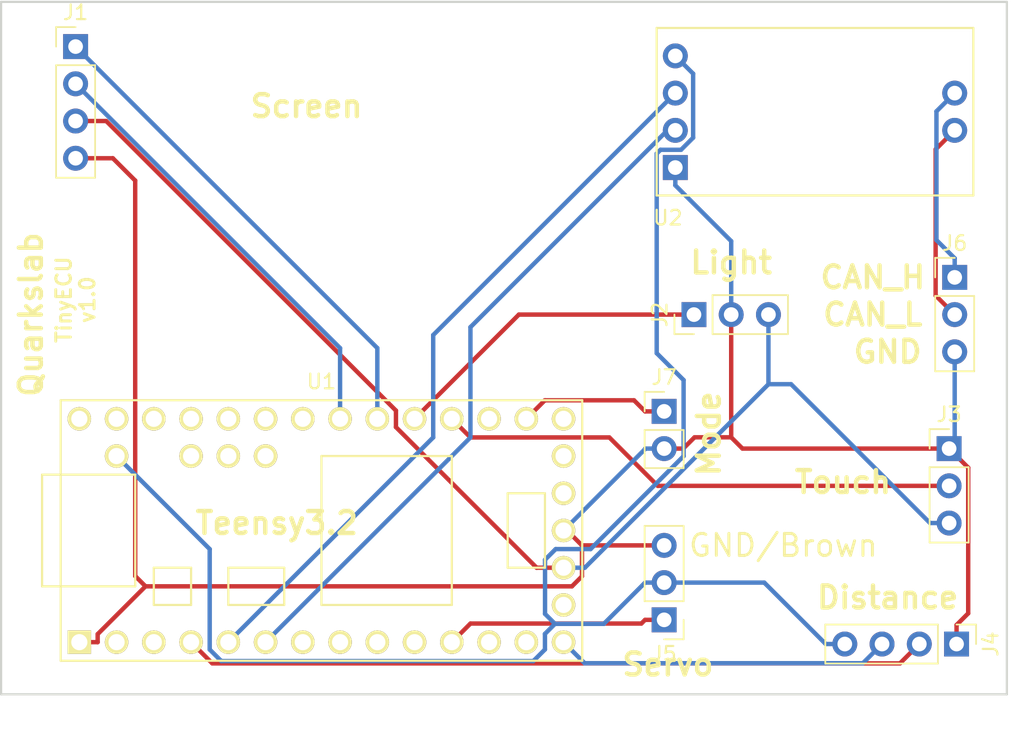
<source format=kicad_pcb>
(kicad_pcb (version 20171130) (host pcbnew 5.0.2+dfsg1-1)

  (general
    (thickness 1.6)
    (drawings 17)
    (tracks 108)
    (zones 0)
    (modules 9)
    (nets 39)
  )

  (page A4)
  (layers
    (0 F.Cu signal)
    (31 B.Cu signal)
    (32 B.Adhes user)
    (33 F.Adhes user)
    (34 B.Paste user)
    (35 F.Paste user)
    (36 B.SilkS user)
    (37 F.SilkS user)
    (38 B.Mask user)
    (39 F.Mask user)
    (40 Dwgs.User user)
    (41 Cmts.User user)
    (42 Eco1.User user)
    (43 Eco2.User user)
    (44 Edge.Cuts user)
    (45 Margin user)
    (46 B.CrtYd user)
    (47 F.CrtYd user)
    (48 B.Fab user)
    (49 F.Fab user)
  )

  (setup
    (last_trace_width 0.3)
    (trace_clearance 0.3)
    (zone_clearance 0.508)
    (zone_45_only no)
    (trace_min 0.3)
    (segment_width 0.2)
    (edge_width 0.15)
    (via_size 1)
    (via_drill 0.8)
    (via_min_size 1)
    (via_min_drill 0.8)
    (uvia_size 0.3)
    (uvia_drill 0.1)
    (uvias_allowed no)
    (uvia_min_size 0.2)
    (uvia_min_drill 0.1)
    (pcb_text_width 0.3)
    (pcb_text_size 1.5 1.5)
    (mod_edge_width 0.15)
    (mod_text_size 1 1)
    (mod_text_width 0.15)
    (pad_size 1.7 1.7)
    (pad_drill 1)
    (pad_to_mask_clearance 0.051)
    (solder_mask_min_width 0.25)
    (aux_axis_origin 109.22 106.68)
    (visible_elements FFFFFF7F)
    (pcbplotparams
      (layerselection 0x00000_fffffffe)
      (usegerberextensions false)
      (usegerberattributes false)
      (usegerberadvancedattributes false)
      (creategerberjobfile false)
      (excludeedgelayer false)
      (linewidth 0.100000)
      (plotframeref false)
      (viasonmask false)
      (mode 1)
      (useauxorigin false)
      (hpglpennumber 1)
      (hpglpenspeed 20)
      (hpglpendiameter 15.000000)
      (psnegative true)
      (psa4output false)
      (plotreference true)
      (plotvalue true)
      (plotinvisibletext false)
      (padsonsilk false)
      (subtractmaskfromsilk false)
      (outputformat 4)
      (mirror false)
      (drillshape 2)
      (scaleselection 1)
      (outputdirectory ""))
  )

  (net 0 "")
  (net 1 "Net-(J1-Pad1)")
  (net 2 "Net-(J1-Pad2)")
  (net 3 "Net-(J1-Pad3)")
  (net 4 "Net-(J1-Pad4)")
  (net 5 "Net-(J2-Pad1)")
  (net 6 "Net-(J3-Pad2)")
  (net 7 "Net-(J4-Pad4)")
  (net 8 "Net-(J4-Pad3)")
  (net 9 "Net-(J4-Pad2)")
  (net 10 "Net-(J5-Pad1)")
  (net 11 "Net-(U1-Pad18)")
  (net 12 "Net-(U1-Pad19)")
  (net 13 "Net-(U1-Pad20)")
  (net 14 "Net-(U1-Pad15)")
  (net 15 "Net-(U1-Pad22)")
  (net 16 "Net-(U1-Pad27)")
  (net 17 "Net-(U1-Pad28)")
  (net 18 "Net-(U1-Pad29)")
  (net 19 "Net-(U1-Pad30)")
  (net 20 "Net-(U1-Pad31)")
  (net 21 "Net-(U1-Pad32)")
  (net 22 "Net-(U1-Pad33)")
  (net 23 "Net-(U1-Pad35)")
  (net 24 "Net-(U1-Pad36)")
  (net 25 "Net-(U1-Pad37)")
  (net 26 "Net-(U1-Pad13)")
  (net 27 "Net-(U1-Pad12)")
  (net 28 "Net-(U1-Pad10)")
  (net 29 "Net-(U1-Pad9)")
  (net 30 "Net-(U1-Pad8)")
  (net 31 "Net-(U1-Pad7)")
  (net 32 "Net-(U1-Pad6)")
  (net 33 "Net-(U1-Pad5)")
  (net 34 "Net-(U1-Pad3)")
  (net 35 "Net-(U1-Pad2)")
  (net 36 "Net-(J6-Pad2)")
  (net 37 "Net-(J6-Pad1)")
  (net 38 "Net-(J7-Pad1)")

  (net_class Default "Ceci est la Netclass par défaut."
    (clearance 0.3)
    (trace_width 0.3)
    (via_dia 1)
    (via_drill 0.8)
    (uvia_dia 0.3)
    (uvia_drill 0.1)
    (diff_pair_gap 0.25)
    (diff_pair_width 0.3)
    (add_net "Net-(J1-Pad1)")
    (add_net "Net-(J1-Pad2)")
    (add_net "Net-(J1-Pad3)")
    (add_net "Net-(J1-Pad4)")
    (add_net "Net-(J2-Pad1)")
    (add_net "Net-(J3-Pad2)")
    (add_net "Net-(J4-Pad2)")
    (add_net "Net-(J4-Pad3)")
    (add_net "Net-(J4-Pad4)")
    (add_net "Net-(J5-Pad1)")
    (add_net "Net-(J6-Pad1)")
    (add_net "Net-(J6-Pad2)")
    (add_net "Net-(J7-Pad1)")
    (add_net "Net-(U1-Pad10)")
    (add_net "Net-(U1-Pad12)")
    (add_net "Net-(U1-Pad13)")
    (add_net "Net-(U1-Pad15)")
    (add_net "Net-(U1-Pad18)")
    (add_net "Net-(U1-Pad19)")
    (add_net "Net-(U1-Pad2)")
    (add_net "Net-(U1-Pad20)")
    (add_net "Net-(U1-Pad22)")
    (add_net "Net-(U1-Pad27)")
    (add_net "Net-(U1-Pad28)")
    (add_net "Net-(U1-Pad29)")
    (add_net "Net-(U1-Pad3)")
    (add_net "Net-(U1-Pad30)")
    (add_net "Net-(U1-Pad31)")
    (add_net "Net-(U1-Pad32)")
    (add_net "Net-(U1-Pad33)")
    (add_net "Net-(U1-Pad35)")
    (add_net "Net-(U1-Pad36)")
    (add_net "Net-(U1-Pad37)")
    (add_net "Net-(U1-Pad5)")
    (add_net "Net-(U1-Pad6)")
    (add_net "Net-(U1-Pad7)")
    (add_net "Net-(U1-Pad8)")
    (add_net "Net-(U1-Pad9)")
  )

  (module teensy:Teensy30_31_32_LC_simple (layer F.Cu) (tedit 5C80F47E) (tstamp 5C7436DA)
    (at 131.064 95.504)
    (path /5C79AD6F)
    (fp_text reference U1 (at 0 -10.16) (layer F.SilkS)
      (effects (font (size 1 1) (thickness 0.15)))
    )
    (fp_text value Teensy3.2_simple (at 0 10.16) (layer F.Fab)
      (effects (font (size 1 1) (thickness 0.15)))
    )
    (fp_line (start -17.78 3.81) (end -19.05 3.81) (layer F.SilkS) (width 0.15))
    (fp_line (start -19.05 3.81) (end -19.05 -3.81) (layer F.SilkS) (width 0.15))
    (fp_line (start -19.05 -3.81) (end -17.78 -3.81) (layer F.SilkS) (width 0.15))
    (fp_line (start -6.35 5.08) (end -2.54 5.08) (layer F.SilkS) (width 0.15))
    (fp_line (start -2.54 5.08) (end -2.54 2.54) (layer F.SilkS) (width 0.15))
    (fp_line (start -2.54 2.54) (end -6.35 2.54) (layer F.SilkS) (width 0.15))
    (fp_line (start -6.35 2.54) (end -6.35 5.08) (layer F.SilkS) (width 0.15))
    (fp_line (start -12.7 3.81) (end -12.7 -3.81) (layer F.SilkS) (width 0.15))
    (fp_line (start -12.7 -3.81) (end -17.78 -3.81) (layer F.SilkS) (width 0.15))
    (fp_line (start -12.7 3.81) (end -17.78 3.81) (layer F.SilkS) (width 0.15))
    (fp_line (start -11.43 5.08) (end -8.89 5.08) (layer F.SilkS) (width 0.15))
    (fp_line (start -8.89 5.08) (end -8.89 2.54) (layer F.SilkS) (width 0.15))
    (fp_line (start -8.89 2.54) (end -11.43 2.54) (layer F.SilkS) (width 0.15))
    (fp_line (start -11.43 2.54) (end -11.43 5.08) (layer F.SilkS) (width 0.15))
    (fp_line (start 15.24 -2.54) (end 15.24 2.54) (layer F.SilkS) (width 0.15))
    (fp_line (start 15.24 2.54) (end 12.7 2.54) (layer F.SilkS) (width 0.15))
    (fp_line (start 12.7 2.54) (end 12.7 -2.54) (layer F.SilkS) (width 0.15))
    (fp_line (start 12.7 -2.54) (end 15.24 -2.54) (layer F.SilkS) (width 0.15))
    (fp_line (start 8.89 5.08) (end 8.89 -5.08) (layer F.SilkS) (width 0.15))
    (fp_line (start 0 -5.08) (end 0 5.08) (layer F.SilkS) (width 0.15))
    (fp_line (start 8.89 -5.08) (end 0 -5.08) (layer F.SilkS) (width 0.15))
    (fp_line (start 8.89 5.08) (end 0 5.08) (layer F.SilkS) (width 0.15))
    (fp_line (start -17.78 -8.89) (end 17.78 -8.89) (layer F.SilkS) (width 0.15))
    (fp_line (start 17.78 -8.89) (end 17.78 8.89) (layer F.SilkS) (width 0.15))
    (fp_line (start 17.78 8.89) (end -17.78 8.89) (layer F.SilkS) (width 0.15))
    (fp_line (start -17.78 8.89) (end -17.78 -8.89) (layer F.SilkS) (width 0.15))
    (pad 17 thru_hole circle (at 16.51 0) (size 1.6 1.6) (drill 1.1) (layers *.Cu *.Mask F.SilkS)
      (net 4 "Net-(J1-Pad4)"))
    (pad 18 thru_hole circle (at 16.51 -2.54) (size 1.6 1.6) (drill 1.1) (layers *.Cu *.Mask F.SilkS)
      (net 11 "Net-(U1-Pad18)"))
    (pad 19 thru_hole circle (at 16.51 -5.08) (size 1.6 1.6) (drill 1.1) (layers *.Cu *.Mask F.SilkS)
      (net 12 "Net-(U1-Pad19)"))
    (pad 20 thru_hole circle (at 16.51 -7.62) (size 1.6 1.6) (drill 1.1) (layers *.Cu *.Mask F.SilkS)
      (net 13 "Net-(U1-Pad20)"))
    (pad 16 thru_hole circle (at 16.51 2.54) (size 1.6 1.6) (drill 1.1) (layers *.Cu *.Mask F.SilkS)
      (net 3 "Net-(J1-Pad3)"))
    (pad 15 thru_hole circle (at 16.51 5.08) (size 1.6 1.6) (drill 1.1) (layers *.Cu *.Mask F.SilkS)
      (net 14 "Net-(U1-Pad15)"))
    (pad 14 thru_hole circle (at 16.51 7.62) (size 1.6 1.6) (drill 1.1) (layers *.Cu *.Mask F.SilkS)
      (net 8 "Net-(J4-Pad3)"))
    (pad 21 thru_hole circle (at 13.97 -7.62) (size 1.6 1.6) (drill 1.1) (layers *.Cu *.Mask F.SilkS)
      (net 38 "Net-(J7-Pad1)"))
    (pad 22 thru_hole circle (at 11.43 -7.62) (size 1.6 1.6) (drill 1.1) (layers *.Cu *.Mask F.SilkS)
      (net 15 "Net-(U1-Pad22)"))
    (pad 23 thru_hole circle (at 8.89 -7.62) (size 1.6 1.6) (drill 1.1) (layers *.Cu *.Mask F.SilkS)
      (net 6 "Net-(J3-Pad2)"))
    (pad 24 thru_hole circle (at 6.35 -7.62) (size 1.6 1.6) (drill 1.1) (layers *.Cu *.Mask F.SilkS)
      (net 5 "Net-(J2-Pad1)"))
    (pad 25 thru_hole circle (at 3.81 -7.62) (size 1.6 1.6) (drill 1.1) (layers *.Cu *.Mask F.SilkS)
      (net 1 "Net-(J1-Pad1)"))
    (pad 26 thru_hole circle (at 1.27 -7.62) (size 1.6 1.6) (drill 1.1) (layers *.Cu *.Mask F.SilkS)
      (net 2 "Net-(J1-Pad2)"))
    (pad 27 thru_hole circle (at -1.27 -7.62) (size 1.6 1.6) (drill 1.1) (layers *.Cu *.Mask F.SilkS)
      (net 16 "Net-(U1-Pad27)"))
    (pad 28 thru_hole circle (at -3.81 -7.62) (size 1.6 1.6) (drill 1.1) (layers *.Cu *.Mask F.SilkS)
      (net 17 "Net-(U1-Pad28)"))
    (pad 29 thru_hole circle (at -6.35 -7.62) (size 1.6 1.6) (drill 1.1) (layers *.Cu *.Mask F.SilkS)
      (net 18 "Net-(U1-Pad29)"))
    (pad 30 thru_hole circle (at -8.89 -7.62) (size 1.6 1.6) (drill 1.1) (layers *.Cu *.Mask F.SilkS)
      (net 19 "Net-(U1-Pad30)"))
    (pad 31 thru_hole circle (at -11.43 -7.62) (size 1.6 1.6) (drill 1.1) (layers *.Cu *.Mask F.SilkS)
      (net 20 "Net-(U1-Pad31)"))
    (pad 32 thru_hole circle (at -13.97 -7.62) (size 1.6 1.6) (drill 1.1) (layers *.Cu *.Mask F.SilkS)
      (net 21 "Net-(U1-Pad32)"))
    (pad 33 thru_hole circle (at -16.51 -7.62) (size 1.6 1.6) (drill 1.1) (layers *.Cu *.Mask F.SilkS)
      (net 22 "Net-(U1-Pad33)"))
    (pad 34 thru_hole circle (at -13.97 -5.08) (size 1.6 1.6) (drill 1.1) (layers *.Cu *.Mask F.SilkS)
      (net 7 "Net-(J4-Pad4)"))
    (pad 35 thru_hole circle (at -8.89 -5.08) (size 1.6 1.6) (drill 1.1) (layers *.Cu *.Mask F.SilkS)
      (net 23 "Net-(U1-Pad35)"))
    (pad 36 thru_hole circle (at -6.35 -5.08) (size 1.6 1.6) (drill 1.1) (layers *.Cu *.Mask F.SilkS)
      (net 24 "Net-(U1-Pad36)"))
    (pad 37 thru_hole circle (at -3.81 -5.08) (size 1.6 1.6) (drill 1.1) (layers *.Cu *.Mask F.SilkS)
      (net 25 "Net-(U1-Pad37)"))
    (pad 13 thru_hole circle (at 13.97 7.62) (size 1.6 1.6) (drill 1.1) (layers *.Cu *.Mask F.SilkS)
      (net 26 "Net-(U1-Pad13)"))
    (pad 12 thru_hole circle (at 11.43 7.62) (size 1.6 1.6) (drill 1.1) (layers *.Cu *.Mask F.SilkS)
      (net 27 "Net-(U1-Pad12)"))
    (pad 11 thru_hole circle (at 8.89 7.62) (size 1.6 1.6) (drill 1.1) (layers *.Cu *.Mask F.SilkS)
      (net 10 "Net-(J5-Pad1)"))
    (pad 10 thru_hole circle (at 6.35 7.62) (size 1.6 1.6) (drill 1.1) (layers *.Cu *.Mask F.SilkS)
      (net 28 "Net-(U1-Pad10)"))
    (pad 9 thru_hole circle (at 3.81 7.62) (size 1.6 1.6) (drill 1.1) (layers *.Cu *.Mask F.SilkS)
      (net 29 "Net-(U1-Pad9)"))
    (pad 8 thru_hole circle (at 1.27 7.62) (size 1.6 1.6) (drill 1.1) (layers *.Cu *.Mask F.SilkS)
      (net 30 "Net-(U1-Pad8)"))
    (pad 7 thru_hole circle (at -1.27 7.62) (size 1.6 1.6) (drill 1.1) (layers *.Cu *.Mask F.SilkS)
      (net 31 "Net-(U1-Pad7)"))
    (pad 6 thru_hole circle (at -3.81 7.62) (size 1.6 1.6) (drill 1.1) (layers *.Cu *.Mask F.SilkS)
      (net 32 "Net-(U1-Pad6)"))
    (pad 5 thru_hole circle (at -6.35 7.62) (size 1.6 1.6) (drill 1.1) (layers *.Cu *.Mask F.SilkS)
      (net 33 "Net-(U1-Pad5)"))
    (pad 4 thru_hole circle (at -8.89 7.62) (size 1.6 1.6) (drill 1.1) (layers *.Cu *.Mask F.SilkS)
      (net 9 "Net-(J4-Pad2)"))
    (pad 3 thru_hole circle (at -11.43 7.62) (size 1.6 1.6) (drill 1.1) (layers *.Cu *.Mask F.SilkS)
      (net 34 "Net-(U1-Pad3)"))
    (pad 2 thru_hole circle (at -13.97 7.62) (size 1.6 1.6) (drill 1.1) (layers *.Cu *.Mask F.SilkS)
      (net 35 "Net-(U1-Pad2)"))
    (pad 1 thru_hole rect (at -16.51 7.62) (size 1.6 1.6) (drill 1.1) (layers *.Cu *.Mask F.SilkS)
      (net 4 "Net-(J1-Pad4)"))
  )

  (module CAN_transceiver:CAN_transceiver (layer F.Cu) (tedit 5C8A3C73) (tstamp 5C837084)
    (at 153.924 72.644)
    (path /5C779CA9)
    (fp_text reference U2 (at 0.762 1.524) (layer F.SilkS)
      (effects (font (size 1 1) (thickness 0.15)))
    )
    (fp_text value CAN_transceiver (at 10.668 -9.906) (layer F.Fab)
      (effects (font (size 1 1) (thickness 0.15)))
    )
    (fp_line (start 0 -11.43) (end 21.59 -11.43) (layer F.SilkS) (width 0.15))
    (fp_line (start 0 0) (end 21.59 0) (layer F.SilkS) (width 0.15))
    (fp_line (start 21.59 0) (end 21.59 -11.43) (layer F.SilkS) (width 0.15))
    (fp_line (start 0 -11.43) (end 0 0) (layer F.SilkS) (width 0.15))
    (pad 5 thru_hole circle (at 20.32 -4.445) (size 1.7 1.7) (drill 1) (layers *.Cu *.Mask)
      (net 36 "Net-(J6-Pad2)"))
    (pad 6 thru_hole circle (at 20.32 -6.985) (size 1.7 1.7) (drill 1) (layers *.Cu *.Mask)
      (net 37 "Net-(J6-Pad1)"))
    (pad 1 thru_hole rect (at 1.27 -1.905) (size 1.7 1.7) (drill 1) (layers *.Cu *.Mask)
      (net 4 "Net-(J1-Pad4)"))
    (pad 2 thru_hole circle (at 1.27 -4.445) (size 1.7 1.7) (drill 1) (layers *.Cu *.Mask)
      (net 32 "Net-(U1-Pad6)"))
    (pad 3 thru_hole circle (at 1.27 -6.985) (size 1.7 1.7) (drill 1) (layers *.Cu *.Mask)
      (net 33 "Net-(U1-Pad5)"))
    (pad 4 thru_hole circle (at 1.27 -9.525) (size 1.7 1.7) (drill 1) (layers *.Cu *.Mask)
      (net 7 "Net-(J4-Pad4)"))
  )

  (module CAN_transceiver:PinHeader_1x04_P2.54mm_Vertical_back (layer F.Cu) (tedit 5C76FE02) (tstamp 5C743610)
    (at 114.3 62.484)
    (descr "Through hole straight pin header, 1x04, 2.54mm pitch, single row")
    (tags "Through hole pin header THT 1x04 2.54mm single row")
    (path /5C5781AB)
    (fp_text reference J1 (at 0 -2.33) (layer F.SilkS)
      (effects (font (size 1 1) (thickness 0.15)))
    )
    (fp_text value Screen (at 0 9.95) (layer F.Fab)
      (effects (font (size 1 1) (thickness 0.15)))
    )
    (fp_text user %R (at 0 3.81 90) (layer F.Fab)
      (effects (font (size 1 1) (thickness 0.15)))
    )
    (fp_line (start 1.8 -1.8) (end -1.8 -1.8) (layer F.CrtYd) (width 0.05))
    (fp_line (start 1.8 9.4) (end 1.8 -1.8) (layer F.CrtYd) (width 0.05))
    (fp_line (start -1.8 9.4) (end 1.8 9.4) (layer F.CrtYd) (width 0.05))
    (fp_line (start -1.8 -1.8) (end -1.8 9.4) (layer F.CrtYd) (width 0.05))
    (fp_line (start -1.33 -1.33) (end 0 -1.33) (layer F.SilkS) (width 0.12))
    (fp_line (start -1.33 0) (end -1.33 -1.33) (layer F.SilkS) (width 0.12))
    (fp_line (start -1.33 1.27) (end 1.33 1.27) (layer F.SilkS) (width 0.12))
    (fp_line (start 1.33 1.27) (end 1.33 8.95) (layer F.SilkS) (width 0.12))
    (fp_line (start -1.33 1.27) (end -1.33 8.95) (layer F.SilkS) (width 0.12))
    (fp_line (start -1.33 8.95) (end 1.33 8.95) (layer F.SilkS) (width 0.12))
    (fp_line (start -1.27 -0.635) (end -0.635 -1.27) (layer F.Fab) (width 0.1))
    (fp_line (start -1.27 8.89) (end -1.27 -0.635) (layer F.Fab) (width 0.1))
    (fp_line (start 1.27 8.89) (end -1.27 8.89) (layer F.Fab) (width 0.1))
    (fp_line (start 1.27 -1.27) (end 1.27 8.89) (layer F.Fab) (width 0.1))
    (fp_line (start -0.635 -1.27) (end 1.27 -1.27) (layer F.Fab) (width 0.1))
    (pad 4 thru_hole oval (at 0 7.62) (size 1.7 1.7) (drill 1) (layers *.Cu *.Mask)
      (net 4 "Net-(J1-Pad4)"))
    (pad 3 thru_hole oval (at 0 5.08) (size 1.7 1.7) (drill 1) (layers *.Cu *.Mask)
      (net 3 "Net-(J1-Pad3)"))
    (pad 2 thru_hole oval (at 0 2.54) (size 1.7 1.7) (drill 1) (layers *.Cu *.Mask)
      (net 2 "Net-(J1-Pad2)"))
    (pad 1 thru_hole rect (at 0 0) (size 1.7 1.7) (drill 1) (layers *.Cu *.Mask)
      (net 1 "Net-(J1-Pad1)"))
    (model ${KISYS3DMOD}/Connector_PinHeader_2.54mm.3dshapes/PinHeader_1x04_P2.54mm_Vertical.wrl
      (at (xyz 0 0 0))
      (scale (xyz 1 1 1))
      (rotate (xyz 0 0 0))
    )
  )

  (module CAN_transceiver:PinHeader_1x04_P2.54mm_Vertical_back (layer F.Cu) (tedit 5C76FDDA) (tstamp 5C743656)
    (at 174.371 103.251 270)
    (descr "Through hole straight pin header, 1x04, 2.54mm pitch, single row")
    (tags "Through hole pin header THT 1x04 2.54mm single row")
    (path /5C5792E9)
    (fp_text reference J4 (at 0 -2.33 270) (layer F.SilkS)
      (effects (font (size 1 1) (thickness 0.15)))
    )
    (fp_text value Distance_sensor (at 0 9.95 270) (layer F.Fab)
      (effects (font (size 1 1) (thickness 0.15)))
    )
    (fp_text user %R (at 0 3.81) (layer F.Fab)
      (effects (font (size 1 1) (thickness 0.15)))
    )
    (fp_line (start 1.8 -1.8) (end -1.8 -1.8) (layer F.CrtYd) (width 0.05))
    (fp_line (start 1.8 9.4) (end 1.8 -1.8) (layer F.CrtYd) (width 0.05))
    (fp_line (start -1.8 9.4) (end 1.8 9.4) (layer F.CrtYd) (width 0.05))
    (fp_line (start -1.8 -1.8) (end -1.8 9.4) (layer F.CrtYd) (width 0.05))
    (fp_line (start -1.33 -1.33) (end 0 -1.33) (layer F.SilkS) (width 0.12))
    (fp_line (start -1.33 0) (end -1.33 -1.33) (layer F.SilkS) (width 0.12))
    (fp_line (start -1.33 1.27) (end 1.33 1.27) (layer F.SilkS) (width 0.12))
    (fp_line (start 1.33 1.27) (end 1.33 8.95) (layer F.SilkS) (width 0.12))
    (fp_line (start -1.33 1.27) (end -1.33 8.95) (layer F.SilkS) (width 0.12))
    (fp_line (start -1.33 8.95) (end 1.33 8.95) (layer F.SilkS) (width 0.12))
    (fp_line (start -1.27 -0.635) (end -0.635 -1.27) (layer F.Fab) (width 0.1))
    (fp_line (start -1.27 8.89) (end -1.27 -0.635) (layer F.Fab) (width 0.1))
    (fp_line (start 1.27 8.89) (end -1.27 8.89) (layer F.Fab) (width 0.1))
    (fp_line (start 1.27 -1.27) (end 1.27 8.89) (layer F.Fab) (width 0.1))
    (fp_line (start -0.635 -1.27) (end 1.27 -1.27) (layer F.Fab) (width 0.1))
    (pad 4 thru_hole oval (at 0 7.62 270) (size 1.7 1.7) (drill 1) (layers *.Cu *.Mask)
      (net 7 "Net-(J4-Pad4)"))
    (pad 3 thru_hole oval (at 0 5.08 270) (size 1.7 1.7) (drill 1) (layers *.Cu *.Mask)
      (net 8 "Net-(J4-Pad3)"))
    (pad 2 thru_hole oval (at 0 2.54 270) (size 1.7 1.7) (drill 1) (layers *.Cu *.Mask)
      (net 9 "Net-(J4-Pad2)"))
    (pad 1 thru_hole rect (at 0 0 270) (size 1.7 1.7) (drill 1) (layers *.Cu *.Mask)
      (net 4 "Net-(J1-Pad4)"))
    (model ${KISYS3DMOD}/Connector_PinHeader_2.54mm.3dshapes/PinHeader_1x04_P2.54mm_Vertical.wrl
      (at (xyz 0 0 0))
      (scale (xyz 1 1 1))
      (rotate (xyz 0 0 0))
    )
  )

  (module CAN_transceiver:PinHeader_1x03_P2.54mm_Vertical_back (layer F.Cu) (tedit 5C7704C9) (tstamp 5C74366D)
    (at 154.432 101.6 180)
    (descr "Through hole straight pin header, 1x03, 2.54mm pitch, single row")
    (tags "Through hole pin header THT 1x03 2.54mm single row")
    (path /5C57A8E8)
    (fp_text reference J5 (at 0 -2.33 180) (layer F.SilkS)
      (effects (font (size 1 1) (thickness 0.15)))
    )
    (fp_text value Servo (at 0 7.41 180) (layer F.Fab)
      (effects (font (size 1 1) (thickness 0.15)))
    )
    (fp_line (start -0.635 -1.27) (end 1.27 -1.27) (layer F.Fab) (width 0.1))
    (fp_line (start 1.27 -1.27) (end 1.27 6.35) (layer F.Fab) (width 0.1))
    (fp_line (start 1.27 6.35) (end -1.27 6.35) (layer F.Fab) (width 0.1))
    (fp_line (start -1.27 6.35) (end -1.27 -0.635) (layer F.Fab) (width 0.1))
    (fp_line (start -1.27 -0.635) (end -0.635 -1.27) (layer F.Fab) (width 0.1))
    (fp_line (start -1.33 6.41) (end 1.33 6.41) (layer F.SilkS) (width 0.12))
    (fp_line (start -1.33 1.27) (end -1.33 6.41) (layer F.SilkS) (width 0.12))
    (fp_line (start 1.33 1.27) (end 1.33 6.41) (layer F.SilkS) (width 0.12))
    (fp_line (start -1.33 1.27) (end 1.33 1.27) (layer F.SilkS) (width 0.12))
    (fp_line (start -1.33 0) (end -1.33 -1.33) (layer F.SilkS) (width 0.12))
    (fp_line (start -1.33 -1.33) (end 0 -1.33) (layer F.SilkS) (width 0.12))
    (fp_line (start -1.8 -1.8) (end -1.8 6.85) (layer F.CrtYd) (width 0.05))
    (fp_line (start -1.8 6.85) (end 1.8 6.85) (layer F.CrtYd) (width 0.05))
    (fp_line (start 1.8 6.85) (end 1.8 -1.8) (layer F.CrtYd) (width 0.05))
    (fp_line (start 1.8 -1.8) (end -1.8 -1.8) (layer F.CrtYd) (width 0.05))
    (fp_text user %R (at 0 2.54 -90) (layer F.Fab)
      (effects (font (size 1 1) (thickness 0.15)))
    )
    (pad 1 thru_hole rect (at 0 0 180) (size 1.7 1.7) (drill 1) (layers *.Cu *.Mask)
      (net 10 "Net-(J5-Pad1)"))
    (pad 2 thru_hole oval (at 0 2.54 180) (size 1.7 1.7) (drill 1) (layers *.Cu *.Mask)
      (net 7 "Net-(J4-Pad4)"))
    (pad 3 thru_hole oval (at 0 5.08 180) (size 1.7 1.7) (drill 1) (layers *.Cu *.Mask)
      (net 4 "Net-(J1-Pad4)"))
    (model ${KISYS3DMOD}/Connector_PinHeader_2.54mm.3dshapes/PinHeader_1x03_P2.54mm_Vertical.wrl
      (at (xyz 0 0 0))
      (scale (xyz 1 1 1))
      (rotate (xyz 0 0 0))
    )
  )

  (module CAN_transceiver:PinHeader_1x03_P2.54mm_Vertical_back (layer F.Cu) (tedit 5C7704EF) (tstamp 5C743627)
    (at 156.464 80.772 90)
    (descr "Through hole straight pin header, 1x03, 2.54mm pitch, single row")
    (tags "Through hole pin header THT 1x03 2.54mm single row")
    (path /5C577F3B)
    (fp_text reference J2 (at 0 -2.33 90) (layer F.SilkS)
      (effects (font (size 1 1) (thickness 0.15)))
    )
    (fp_text value Light_Sensor (at 0 7.41 90) (layer F.Fab)
      (effects (font (size 1 1) (thickness 0.15)))
    )
    (fp_line (start -0.635 -1.27) (end 1.27 -1.27) (layer F.Fab) (width 0.1))
    (fp_line (start 1.27 -1.27) (end 1.27 6.35) (layer F.Fab) (width 0.1))
    (fp_line (start 1.27 6.35) (end -1.27 6.35) (layer F.Fab) (width 0.1))
    (fp_line (start -1.27 6.35) (end -1.27 -0.635) (layer F.Fab) (width 0.1))
    (fp_line (start -1.27 -0.635) (end -0.635 -1.27) (layer F.Fab) (width 0.1))
    (fp_line (start -1.33 6.41) (end 1.33 6.41) (layer F.SilkS) (width 0.12))
    (fp_line (start -1.33 1.27) (end -1.33 6.41) (layer F.SilkS) (width 0.12))
    (fp_line (start 1.33 1.27) (end 1.33 6.41) (layer F.SilkS) (width 0.12))
    (fp_line (start -1.33 1.27) (end 1.33 1.27) (layer F.SilkS) (width 0.12))
    (fp_line (start -1.33 0) (end -1.33 -1.33) (layer F.SilkS) (width 0.12))
    (fp_line (start -1.33 -1.33) (end 0 -1.33) (layer F.SilkS) (width 0.12))
    (fp_line (start -1.8 -1.8) (end -1.8 6.85) (layer F.CrtYd) (width 0.05))
    (fp_line (start -1.8 6.85) (end 1.8 6.85) (layer F.CrtYd) (width 0.05))
    (fp_line (start 1.8 6.85) (end 1.8 -1.8) (layer F.CrtYd) (width 0.05))
    (fp_line (start 1.8 -1.8) (end -1.8 -1.8) (layer F.CrtYd) (width 0.05))
    (fp_text user %R (at 0 2.54 180) (layer F.Fab)
      (effects (font (size 1 1) (thickness 0.15)))
    )
    (pad 1 thru_hole rect (at 0 0 90) (size 1.7 1.7) (drill 1) (layers *.Cu *.Mask)
      (net 5 "Net-(J2-Pad1)"))
    (pad 2 thru_hole oval (at 0 2.54 90) (size 1.7 1.7) (drill 1) (layers *.Cu *.Mask)
      (net 4 "Net-(J1-Pad4)"))
    (pad 3 thru_hole oval (at 0 5.08 90) (size 1.7 1.7) (drill 1) (layers *.Cu *.Mask)
      (net 3 "Net-(J1-Pad3)"))
    (model ${KISYS3DMOD}/Connector_PinHeader_2.54mm.3dshapes/PinHeader_1x03_P2.54mm_Vertical.wrl
      (at (xyz 0 0 0))
      (scale (xyz 1 1 1))
      (rotate (xyz 0 0 0))
    )
  )

  (module CAN_transceiver:PinHeader_1x03_P2.54mm_Vertical_back (layer F.Cu) (tedit 5C76FE48) (tstamp 5C74363E)
    (at 173.863 89.916)
    (descr "Through hole straight pin header, 1x03, 2.54mm pitch, single row")
    (tags "Through hole pin header THT 1x03 2.54mm single row")
    (path /5C578B0E)
    (fp_text reference J3 (at 0 -2.33) (layer F.SilkS)
      (effects (font (size 1 1) (thickness 0.15)))
    )
    (fp_text value Touch_sensor (at 0 7.41) (layer F.Fab)
      (effects (font (size 1 1) (thickness 0.15)))
    )
    (fp_line (start -0.635 -1.27) (end 1.27 -1.27) (layer F.Fab) (width 0.1))
    (fp_line (start 1.27 -1.27) (end 1.27 6.35) (layer F.Fab) (width 0.1))
    (fp_line (start 1.27 6.35) (end -1.27 6.35) (layer F.Fab) (width 0.1))
    (fp_line (start -1.27 6.35) (end -1.27 -0.635) (layer F.Fab) (width 0.1))
    (fp_line (start -1.27 -0.635) (end -0.635 -1.27) (layer F.Fab) (width 0.1))
    (fp_line (start -1.33 6.41) (end 1.33 6.41) (layer F.SilkS) (width 0.12))
    (fp_line (start -1.33 1.27) (end -1.33 6.41) (layer F.SilkS) (width 0.12))
    (fp_line (start 1.33 1.27) (end 1.33 6.41) (layer F.SilkS) (width 0.12))
    (fp_line (start -1.33 1.27) (end 1.33 1.27) (layer F.SilkS) (width 0.12))
    (fp_line (start -1.33 0) (end -1.33 -1.33) (layer F.SilkS) (width 0.12))
    (fp_line (start -1.33 -1.33) (end 0 -1.33) (layer F.SilkS) (width 0.12))
    (fp_line (start -1.8 -1.8) (end -1.8 6.85) (layer F.CrtYd) (width 0.05))
    (fp_line (start -1.8 6.85) (end 1.8 6.85) (layer F.CrtYd) (width 0.05))
    (fp_line (start 1.8 6.85) (end 1.8 -1.8) (layer F.CrtYd) (width 0.05))
    (fp_line (start 1.8 -1.8) (end -1.8 -1.8) (layer F.CrtYd) (width 0.05))
    (fp_text user %R (at 0 2.54 90) (layer F.Fab)
      (effects (font (size 1 1) (thickness 0.15)))
    )
    (pad 1 thru_hole rect (at 0 0) (size 1.7 1.7) (drill 1) (layers *.Cu *.Mask)
      (net 4 "Net-(J1-Pad4)"))
    (pad 2 thru_hole oval (at 0 2.54) (size 1.7 1.7) (drill 1) (layers *.Cu *.Mask)
      (net 6 "Net-(J3-Pad2)"))
    (pad 3 thru_hole oval (at 0 5.08) (size 1.7 1.7) (drill 1) (layers *.Cu *.Mask)
      (net 3 "Net-(J1-Pad3)"))
    (model ${KISYS3DMOD}/Connector_PinHeader_2.54mm.3dshapes/PinHeader_1x03_P2.54mm_Vertical.wrl
      (at (xyz 0 0 0))
      (scale (xyz 1 1 1))
      (rotate (xyz 0 0 0))
    )
  )

  (module Connector_PinHeader_2.54mm:PinHeader_1x02_P2.54mm_Vertical (layer F.Cu) (tedit 59FED5CC) (tstamp 5C88E551)
    (at 154.432 87.376)
    (descr "Through hole straight pin header, 1x02, 2.54mm pitch, single row")
    (tags "Through hole pin header THT 1x02 2.54mm single row")
    (path /5C7C6D70)
    (fp_text reference J7 (at 0 -2.33) (layer F.SilkS)
      (effects (font (size 1 1) (thickness 0.15)))
    )
    (fp_text value Mode (at 0 4.87) (layer F.Fab)
      (effects (font (size 1 1) (thickness 0.15)))
    )
    (fp_line (start -0.635 -1.27) (end 1.27 -1.27) (layer F.Fab) (width 0.1))
    (fp_line (start 1.27 -1.27) (end 1.27 3.81) (layer F.Fab) (width 0.1))
    (fp_line (start 1.27 3.81) (end -1.27 3.81) (layer F.Fab) (width 0.1))
    (fp_line (start -1.27 3.81) (end -1.27 -0.635) (layer F.Fab) (width 0.1))
    (fp_line (start -1.27 -0.635) (end -0.635 -1.27) (layer F.Fab) (width 0.1))
    (fp_line (start -1.33 3.87) (end 1.33 3.87) (layer F.SilkS) (width 0.12))
    (fp_line (start -1.33 1.27) (end -1.33 3.87) (layer F.SilkS) (width 0.12))
    (fp_line (start 1.33 1.27) (end 1.33 3.87) (layer F.SilkS) (width 0.12))
    (fp_line (start -1.33 1.27) (end 1.33 1.27) (layer F.SilkS) (width 0.12))
    (fp_line (start -1.33 0) (end -1.33 -1.33) (layer F.SilkS) (width 0.12))
    (fp_line (start -1.33 -1.33) (end 0 -1.33) (layer F.SilkS) (width 0.12))
    (fp_line (start -1.8 -1.8) (end -1.8 4.35) (layer F.CrtYd) (width 0.05))
    (fp_line (start -1.8 4.35) (end 1.8 4.35) (layer F.CrtYd) (width 0.05))
    (fp_line (start 1.8 4.35) (end 1.8 -1.8) (layer F.CrtYd) (width 0.05))
    (fp_line (start 1.8 -1.8) (end -1.8 -1.8) (layer F.CrtYd) (width 0.05))
    (fp_text user %R (at 0 1.27 90) (layer F.Fab)
      (effects (font (size 1 1) (thickness 0.15)))
    )
    (pad 1 thru_hole rect (at 0 0) (size 1.7 1.7) (drill 1) (layers *.Cu *.Mask)
      (net 38 "Net-(J7-Pad1)"))
    (pad 2 thru_hole oval (at 0 2.54) (size 1.7 1.7) (drill 1) (layers *.Cu *.Mask)
      (net 4 "Net-(J1-Pad4)"))
    (model ${KISYS3DMOD}/Connector_PinHeader_2.54mm.3dshapes/PinHeader_1x02_P2.54mm_Vertical.wrl
      (at (xyz 0 0 0))
      (scale (xyz 1 1 1))
      (rotate (xyz 0 0 0))
    )
  )

  (module Connector_PinHeader_2.54mm:PinHeader_1x03_P2.54mm_Vertical (layer F.Cu) (tedit 59FED5CC) (tstamp 5C8C424C)
    (at 174.244 78.232)
    (descr "Through hole straight pin header, 1x03, 2.54mm pitch, single row")
    (tags "Through hole pin header THT 1x03 2.54mm single row")
    (path /5C81627E)
    (fp_text reference J6 (at 0 -2.33) (layer F.SilkS)
      (effects (font (size 1 1) (thickness 0.15)))
    )
    (fp_text value CAN (at 0 7.41) (layer F.Fab)
      (effects (font (size 1 1) (thickness 0.15)))
    )
    (fp_line (start -0.635 -1.27) (end 1.27 -1.27) (layer F.Fab) (width 0.1))
    (fp_line (start 1.27 -1.27) (end 1.27 6.35) (layer F.Fab) (width 0.1))
    (fp_line (start 1.27 6.35) (end -1.27 6.35) (layer F.Fab) (width 0.1))
    (fp_line (start -1.27 6.35) (end -1.27 -0.635) (layer F.Fab) (width 0.1))
    (fp_line (start -1.27 -0.635) (end -0.635 -1.27) (layer F.Fab) (width 0.1))
    (fp_line (start -1.33 6.41) (end 1.33 6.41) (layer F.SilkS) (width 0.12))
    (fp_line (start -1.33 1.27) (end -1.33 6.41) (layer F.SilkS) (width 0.12))
    (fp_line (start 1.33 1.27) (end 1.33 6.41) (layer F.SilkS) (width 0.12))
    (fp_line (start -1.33 1.27) (end 1.33 1.27) (layer F.SilkS) (width 0.12))
    (fp_line (start -1.33 0) (end -1.33 -1.33) (layer F.SilkS) (width 0.12))
    (fp_line (start -1.33 -1.33) (end 0 -1.33) (layer F.SilkS) (width 0.12))
    (fp_line (start -1.8 -1.8) (end -1.8 6.85) (layer F.CrtYd) (width 0.05))
    (fp_line (start -1.8 6.85) (end 1.8 6.85) (layer F.CrtYd) (width 0.05))
    (fp_line (start 1.8 6.85) (end 1.8 -1.8) (layer F.CrtYd) (width 0.05))
    (fp_line (start 1.8 -1.8) (end -1.8 -1.8) (layer F.CrtYd) (width 0.05))
    (fp_text user %R (at 0 2.54 90) (layer F.Fab)
      (effects (font (size 1 1) (thickness 0.15)))
    )
    (pad 1 thru_hole rect (at 0 0) (size 1.7 1.7) (drill 1) (layers *.Cu *.Mask)
      (net 37 "Net-(J6-Pad1)"))
    (pad 2 thru_hole oval (at 0 2.54) (size 1.7 1.7) (drill 1) (layers *.Cu *.Mask)
      (net 36 "Net-(J6-Pad2)"))
    (pad 3 thru_hole oval (at 0 5.08) (size 1.7 1.7) (drill 1) (layers *.Cu *.Mask)
      (net 4 "Net-(J1-Pad4)"))
    (model ${KISYS3DMOD}/Connector_PinHeader_2.54mm.3dshapes/PinHeader_1x03_P2.54mm_Vertical.wrl
      (at (xyz 0 0 0))
      (scale (xyz 1 1 1))
      (rotate (xyz 0 0 0))
    )
  )

  (gr_text GND/Brown (at 162.56 96.52) (layer F.SilkS)
    (effects (font (size 1.5 1.5) (thickness 0.2)))
  )
  (gr_text "TinyECU\nv1.0" (at 114.3 79.756 90) (layer F.SilkS)
    (effects (font (size 1 1) (thickness 0.2)))
  )
  (gr_text GND (at 169.672 83.312) (layer F.SilkS)
    (effects (font (size 1.5 1.5) (thickness 0.3)))
  )
  (gr_text Mode (at 157.48 88.9 90) (layer F.SilkS)
    (effects (font (size 1.5 1.5) (thickness 0.3)))
  )
  (gr_text CAN_L (at 168.656 80.772) (layer F.SilkS) (tstamp 5C7C55DA)
    (effects (font (size 1.5 1.5) (thickness 0.3)))
  )
  (gr_text Quarkslab (at 111.252 80.772 90) (layer F.SilkS)
    (effects (font (size 1.5 1.5) (thickness 0.3)))
  )
  (gr_text Teensy3.2 (at 128.016 94.996) (layer F.SilkS)
    (effects (font (size 1.5 1.5) (thickness 0.3)))
  )
  (gr_text Distance (at 169.672 100.076) (layer F.SilkS)
    (effects (font (size 1.5 1.5) (thickness 0.3)))
  )
  (gr_text Screen (at 130.048 66.548) (layer F.SilkS)
    (effects (font (size 1.5 1.5) (thickness 0.3)))
  )
  (gr_text Servo (at 154.686 104.648) (layer F.SilkS)
    (effects (font (size 1.5 1.5) (thickness 0.3)))
  )
  (gr_text Touch (at 166.624 92.202) (layer F.SilkS)
    (effects (font (size 1.5 1.5) (thickness 0.3)))
  )
  (gr_text CAN_H (at 168.656 78.232) (layer F.SilkS)
    (effects (font (size 1.5 1.5) (thickness 0.3)))
  )
  (gr_text Light (at 159.004 77.216) (layer F.SilkS)
    (effects (font (size 1.5 1.5) (thickness 0.3)))
  )
  (gr_line (start 109.22 106.68) (end 177.8 106.68) (layer Edge.Cuts) (width 0.15) (tstamp 5C743CA0))
  (gr_line (start 177.8 59.436) (end 109.22 59.436) (layer Edge.Cuts) (width 0.15))
  (gr_line (start 177.8 106.68) (end 177.8 59.436) (layer Edge.Cuts) (width 0.15))
  (gr_line (start 109.22 59.436) (end 109.22 106.68) (layer Edge.Cuts) (width 0.15))

  (segment (start 114.3 62.484) (end 134.874 83.058) (width 0.3) (layer B.Cu) (net 1))
  (segment (start 134.874 83.058) (end 134.874 87.884) (width 0.3) (layer B.Cu) (net 1))
  (segment (start 114.3 65.024) (end 132.334 83.058) (width 0.3) (layer B.Cu) (net 2))
  (segment (start 132.334 83.058) (end 132.334 87.884) (width 0.3) (layer B.Cu) (net 2))
  (segment (start 161.544 85.5226) (end 149.0226 98.044) (width 0.3) (layer B.Cu) (net 3))
  (segment (start 149.0226 98.044) (end 147.574 98.044) (width 0.3) (layer B.Cu) (net 3))
  (segment (start 161.544 80.772) (end 161.544 85.5226) (width 0.3) (layer B.Cu) (net 3))
  (segment (start 172.5627 94.996) (end 163.0893 85.5226) (width 0.3) (layer B.Cu) (net 3))
  (segment (start 163.0893 85.5226) (end 161.544 85.5226) (width 0.3) (layer B.Cu) (net 3))
  (segment (start 173.863 94.996) (end 172.5627 94.996) (width 0.3) (layer B.Cu) (net 3))
  (segment (start 147.574 98.044) (end 145.737 98.044) (width 0.3) (layer F.Cu) (net 3))
  (segment (start 145.737 98.044) (end 136.144 88.451) (width 0.3) (layer F.Cu) (net 3))
  (segment (start 136.144 88.451) (end 136.144 87.3218) (width 0.3) (layer F.Cu) (net 3))
  (segment (start 136.144 87.3218) (end 116.3862 67.564) (width 0.3) (layer F.Cu) (net 3))
  (segment (start 116.3862 67.564) (end 114.3 67.564) (width 0.3) (layer F.Cu) (net 3))
  (segment (start 155.194 70.739) (end 155.194 71.9513) (width 0.3) (layer B.Cu) (net 4))
  (segment (start 159.004 80.772) (end 159.004 75.7613) (width 0.3) (layer B.Cu) (net 4))
  (segment (start 159.004 75.7613) (end 155.194 71.9513) (width 0.3) (layer B.Cu) (net 4))
  (segment (start 154.432 89.916) (end 153.1317 89.916) (width 0.3) (layer B.Cu) (net 4))
  (segment (start 153.1317 89.916) (end 153.1317 89.9463) (width 0.3) (layer B.Cu) (net 4))
  (segment (start 153.1317 89.9463) (end 147.574 95.504) (width 0.3) (layer B.Cu) (net 4))
  (segment (start 148.8284 96.52) (end 148.8284 98.6313) (width 0.3) (layer F.Cu) (net 4))
  (segment (start 148.8284 98.6313) (end 148.1457 99.314) (width 0.3) (layer F.Cu) (net 4))
  (segment (start 148.1457 99.314) (end 119.0673 99.314) (width 0.3) (layer F.Cu) (net 4))
  (segment (start 147.574 95.504) (end 147.8124 95.504) (width 0.3) (layer F.Cu) (net 4))
  (segment (start 147.8124 95.504) (end 148.8284 96.52) (width 0.3) (layer F.Cu) (net 4))
  (segment (start 148.8284 96.52) (end 153.1317 96.52) (width 0.3) (layer F.Cu) (net 4))
  (segment (start 119.0673 99.314) (end 115.8043 102.577) (width 0.3) (layer F.Cu) (net 4))
  (segment (start 115.8043 102.577) (end 115.8043 103.124) (width 0.3) (layer F.Cu) (net 4))
  (segment (start 154.432 96.52) (end 153.1317 96.52) (width 0.3) (layer F.Cu) (net 4))
  (segment (start 159.004 89.146) (end 156.5023 89.146) (width 0.3) (layer F.Cu) (net 4))
  (segment (start 156.5023 89.146) (end 155.7323 89.916) (width 0.3) (layer F.Cu) (net 4))
  (segment (start 173.863 89.916) (end 159.774 89.916) (width 0.3) (layer F.Cu) (net 4))
  (segment (start 159.774 89.916) (end 159.004 89.146) (width 0.3) (layer F.Cu) (net 4))
  (segment (start 159.004 89.146) (end 159.004 82.0723) (width 0.3) (layer F.Cu) (net 4))
  (segment (start 159.004 80.772) (end 159.004 82.0723) (width 0.3) (layer F.Cu) (net 4))
  (segment (start 154.432 89.916) (end 155.7323 89.916) (width 0.3) (layer F.Cu) (net 4))
  (segment (start 174.371 101.9507) (end 175.1648 101.1569) (width 0.3) (layer F.Cu) (net 4))
  (segment (start 175.1648 101.1569) (end 175.1648 91.2178) (width 0.3) (layer F.Cu) (net 4))
  (segment (start 175.1648 91.2178) (end 173.863 89.916) (width 0.3) (layer F.Cu) (net 4))
  (segment (start 114.554 103.124) (end 115.8043 103.124) (width 0.3) (layer F.Cu) (net 4))
  (segment (start 174.371 103.251) (end 174.371 101.9507) (width 0.3) (layer F.Cu) (net 4))
  (segment (start 119.0673 99.314) (end 118.364 98.6107) (width 0.3) (layer F.Cu) (net 4))
  (segment (start 116.84 70.104) (end 114.3 70.104) (width 0.3) (layer F.Cu) (net 4))
  (segment (start 118.364 71.628) (end 116.84 70.104) (width 0.3) (layer F.Cu) (net 4))
  (segment (start 118.364 98.6107) (end 118.364 71.628) (width 0.3) (layer F.Cu) (net 4))
  (segment (start 174.244 89.535) (end 173.863 89.916) (width 0.3) (layer B.Cu) (net 4))
  (segment (start 174.244 83.312) (end 174.244 89.535) (width 0.3) (layer B.Cu) (net 4))
  (segment (start 156.464 80.772) (end 144.526 80.772) (width 0.3) (layer F.Cu) (net 5))
  (segment (start 144.526 80.772) (end 137.414 87.884) (width 0.3) (layer F.Cu) (net 5))
  (segment (start 173.863 92.456) (end 153.9961 92.456) (width 0.3) (layer F.Cu) (net 6))
  (segment (start 153.9961 92.456) (end 150.6942 89.1541) (width 0.3) (layer F.Cu) (net 6))
  (segment (start 150.6942 89.1541) (end 141.2241 89.1541) (width 0.3) (layer F.Cu) (net 6))
  (segment (start 141.2241 89.1541) (end 139.954 87.884) (width 0.3) (layer F.Cu) (net 6))
  (segment (start 154.432 99.06) (end 153.1317 99.06) (width 0.3) (layer B.Cu) (net 7))
  (segment (start 146.9881 101.8736) (end 146.304 102.5577) (width 0.3) (layer B.Cu) (net 7))
  (segment (start 146.304 102.5577) (end 146.304 103.6222) (width 0.3) (layer B.Cu) (net 7))
  (segment (start 146.304 103.6222) (end 145.5113 104.4149) (width 0.3) (layer B.Cu) (net 7))
  (segment (start 145.5113 104.4149) (end 124.2337 104.4149) (width 0.3) (layer B.Cu) (net 7))
  (segment (start 124.2337 104.4149) (end 123.444 103.6252) (width 0.3) (layer B.Cu) (net 7))
  (segment (start 123.444 103.6252) (end 123.444 96.774) (width 0.3) (layer B.Cu) (net 7))
  (segment (start 123.444 96.774) (end 117.094 90.424) (width 0.3) (layer B.Cu) (net 7))
  (segment (start 155.194 63.119) (end 156.4082 64.3332) (width 0.3) (layer B.Cu) (net 7))
  (segment (start 156.4082 64.3332) (end 156.4082 68.7036) (width 0.3) (layer B.Cu) (net 7))
  (segment (start 156.4082 68.7036) (end 155.5852 69.5266) (width 0.3) (layer B.Cu) (net 7))
  (segment (start 155.5852 69.5266) (end 154.1846 69.5266) (width 0.3) (layer B.Cu) (net 7))
  (segment (start 154.1846 69.5266) (end 153.924 69.7872) (width 0.3) (layer B.Cu) (net 7))
  (segment (start 153.924 69.7872) (end 153.924 83.4049) (width 0.3) (layer B.Cu) (net 7))
  (segment (start 153.924 83.4049) (end 155.7584 85.2393) (width 0.3) (layer B.Cu) (net 7))
  (segment (start 155.7584 85.2393) (end 155.7584 90.4287) (width 0.3) (layer B.Cu) (net 7))
  (segment (start 155.7584 90.4287) (end 149.4131 96.774) (width 0.3) (layer B.Cu) (net 7))
  (segment (start 149.4131 96.774) (end 147.0339 96.774) (width 0.3) (layer B.Cu) (net 7))
  (segment (start 147.0339 96.774) (end 146.3098 97.4981) (width 0.3) (layer B.Cu) (net 7))
  (segment (start 146.3098 97.4981) (end 146.3098 101.1953) (width 0.3) (layer B.Cu) (net 7))
  (segment (start 146.3098 101.1953) (end 146.9881 101.8736) (width 0.3) (layer B.Cu) (net 7))
  (segment (start 153.1317 99.06) (end 150.3181 101.8736) (width 0.3) (layer B.Cu) (net 7))
  (segment (start 150.3181 101.8736) (end 146.9881 101.8736) (width 0.3) (layer B.Cu) (net 7))
  (segment (start 165.4507 103.251) (end 161.2597 99.06) (width 0.3) (layer B.Cu) (net 7))
  (segment (start 161.2597 99.06) (end 154.432 99.06) (width 0.3) (layer B.Cu) (net 7))
  (segment (start 166.751 103.251) (end 165.4507 103.251) (width 0.3) (layer B.Cu) (net 7))
  (segment (start 169.291 103.251) (end 167.982 104.56) (width 0.3) (layer B.Cu) (net 8))
  (segment (start 167.982 104.56) (end 149.01 104.56) (width 0.3) (layer B.Cu) (net 8))
  (segment (start 149.01 104.56) (end 147.574 103.124) (width 0.3) (layer B.Cu) (net 8))
  (segment (start 171.831 103.251) (end 170.5097 104.5723) (width 0.3) (layer F.Cu) (net 9))
  (segment (start 170.5097 104.5723) (end 123.6223 104.5723) (width 0.3) (layer F.Cu) (net 9))
  (segment (start 123.6223 104.5723) (end 122.174 103.124) (width 0.3) (layer F.Cu) (net 9))
  (segment (start 154.432 101.6) (end 153.1317 101.6) (width 0.3) (layer F.Cu) (net 10))
  (segment (start 153.1317 101.6) (end 152.8778 101.8539) (width 0.3) (layer F.Cu) (net 10))
  (segment (start 152.8778 101.8539) (end 141.2241 101.8539) (width 0.3) (layer F.Cu) (net 10))
  (segment (start 141.2241 101.8539) (end 139.954 103.124) (width 0.3) (layer F.Cu) (net 10))
  (segment (start 155.194 68.199) (end 154.6538 68.199) (width 0.3) (layer B.Cu) (net 32))
  (segment (start 154.6538 68.199) (end 141.224 81.6288) (width 0.3) (layer B.Cu) (net 32))
  (segment (start 141.224 81.6288) (end 141.224 89.154) (width 0.3) (layer B.Cu) (net 32))
  (segment (start 141.224 89.154) (end 127.254 103.124) (width 0.3) (layer B.Cu) (net 32))
  (segment (start 155.194 65.659) (end 138.684 82.169) (width 0.3) (layer B.Cu) (net 33))
  (segment (start 138.684 82.169) (end 138.684 89.154) (width 0.3) (layer B.Cu) (net 33))
  (segment (start 138.684 89.154) (end 124.714 103.124) (width 0.3) (layer B.Cu) (net 33))
  (segment (start 174.244 80.772) (end 172.9436 79.4716) (width 0.3) (layer F.Cu) (net 36))
  (segment (start 172.9436 79.4716) (end 172.9436 69.4994) (width 0.3) (layer F.Cu) (net 36))
  (segment (start 172.9436 69.4994) (end 174.244 68.199) (width 0.3) (layer F.Cu) (net 36))
  (segment (start 174.244 78.232) (end 174.244 76.9317) (width 0.3) (layer B.Cu) (net 37))
  (segment (start 174.244 76.9317) (end 172.9994 75.6871) (width 0.3) (layer B.Cu) (net 37))
  (segment (start 172.9994 75.6871) (end 172.9994 66.9036) (width 0.3) (layer B.Cu) (net 37))
  (segment (start 172.9994 66.9036) (end 174.244 65.659) (width 0.3) (layer B.Cu) (net 37))
  (segment (start 154.432 87.376) (end 153.1317 87.376) (width 0.3) (layer F.Cu) (net 38))
  (segment (start 153.1317 87.376) (end 152.3751 86.6194) (width 0.3) (layer F.Cu) (net 38))
  (segment (start 152.3751 86.6194) (end 146.2986 86.6194) (width 0.3) (layer F.Cu) (net 38))
  (segment (start 146.2986 86.6194) (end 145.034 87.884) (width 0.3) (layer F.Cu) (net 38))

)

</source>
